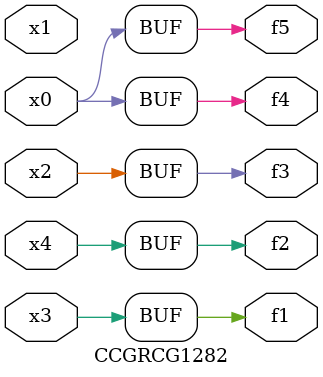
<source format=v>
module CCGRCG1282(
	input x0, x1, x2, x3, x4,
	output f1, f2, f3, f4, f5
);
	assign f1 = x3;
	assign f2 = x4;
	assign f3 = x2;
	assign f4 = x0;
	assign f5 = x0;
endmodule

</source>
